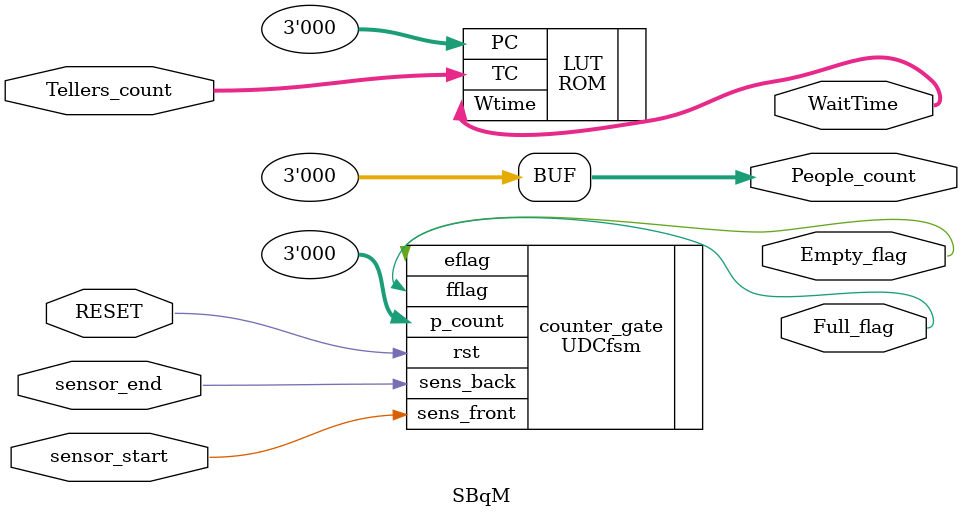
<source format=v>
`timescale 1s/1s
module SBqM
(
    input sensor_start, sensor_end, RESET,
    input [1:0] Tellers_count,
    output Full_flag, Empty_flag,
    output [2:0] People_count=0 ,
    output [4:0] WaitTime
);

UDCfsm counter_gate(.sens_front(sensor_start), .sens_back(sensor_end), .rst(RESET), .fflag(Full_flag), .eflag(Empty_flag), .p_count(People_count));

ROM LUT(.TC(Tellers_count), .PC(People_count), .Wtime(WaitTime));

endmodule
</source>
